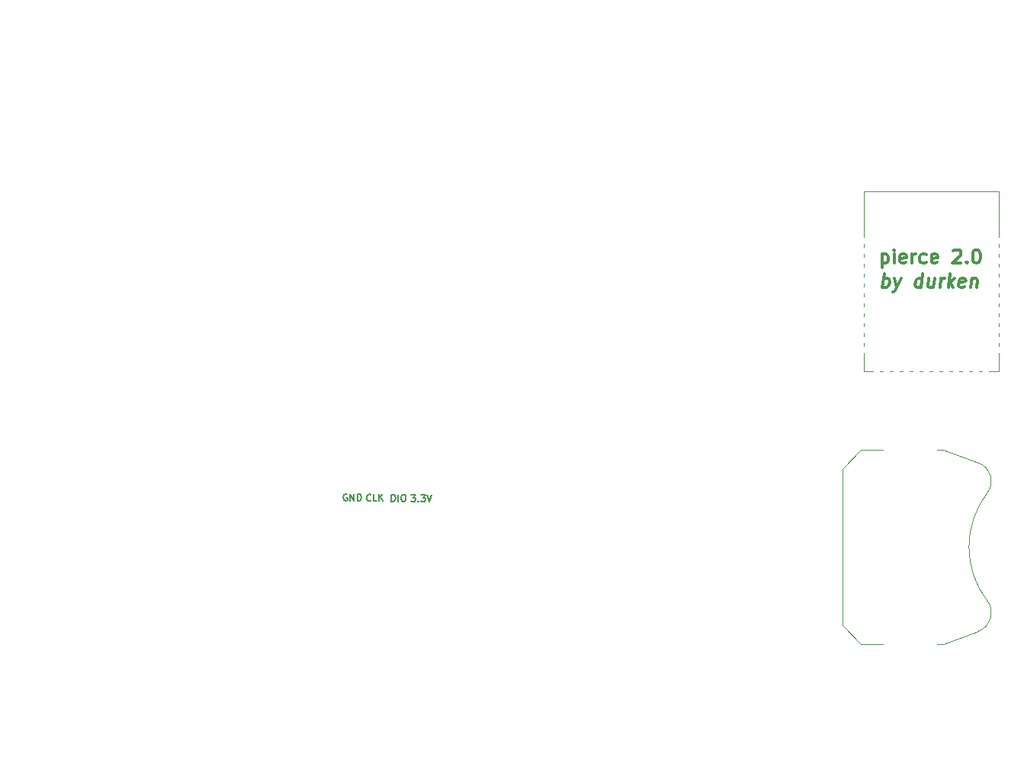
<source format=gto>
G04 #@! TF.GenerationSoftware,KiCad,Pcbnew,(6.0.2)*
G04 #@! TF.CreationDate,2022-03-08T09:32:50+01:00*
G04 #@! TF.ProjectId,pierce,70696572-6365-42e6-9b69-6361645f7063,v 0.1*
G04 #@! TF.SameCoordinates,Original*
G04 #@! TF.FileFunction,Legend,Top*
G04 #@! TF.FilePolarity,Positive*
%FSLAX46Y46*%
G04 Gerber Fmt 4.6, Leading zero omitted, Abs format (unit mm)*
G04 Created by KiCad (PCBNEW (6.0.2)) date 2022-03-08 09:32:50*
%MOMM*%
%LPD*%
G01*
G04 APERTURE LIST*
G04 Aperture macros list*
%AMHorizOval*
0 Thick line with rounded ends*
0 $1 width*
0 $2 $3 position (X,Y) of the first rounded end (center of the circle)*
0 $4 $5 position (X,Y) of the second rounded end (center of the circle)*
0 Add line between two ends*
20,1,$1,$2,$3,$4,$5,0*
0 Add two circle primitives to create the rounded ends*
1,1,$1,$2,$3*
1,1,$1,$4,$5*%
G04 Aperture macros list end*
%ADD10C,0.187500*%
%ADD11C,0.300000*%
%ADD12C,0.100000*%
%ADD13C,4.000000*%
%ADD14C,1.900000*%
%ADD15C,1.700000*%
%ADD16HorizOval,1.250000X0.082483X-0.467784X-0.082483X0.467784X0*%
%ADD17HorizOval,1.250000X0.446354X0.162460X-0.446354X-0.162460X0*%
%ADD18C,2.400000*%
%ADD19HorizOval,1.550000X0.587308X0.213763X-0.587308X-0.213763X0*%
%ADD20HorizOval,1.550000X0.108530X-0.615505X-0.108530X0.615505X0*%
%ADD21C,2.200000*%
%ADD22HorizOval,1.250000X0.305324X-0.363871X-0.305324X0.363871X0*%
%ADD23HorizOval,1.250000X0.305324X0.363871X-0.305324X-0.363871X0*%
%ADD24HorizOval,1.550000X0.401742X0.478778X-0.401742X-0.478778X0*%
%ADD25HorizOval,1.550000X0.401742X-0.478778X-0.401742X0.478778X0*%
%ADD26HorizOval,1.550000X0.511970X0.358485X-0.511970X-0.358485X0*%
%ADD27HorizOval,1.250000X0.389097X0.272449X-0.389097X-0.272449X0*%
%ADD28HorizOval,1.250000X0.200744X-0.430496X-0.200744X0.430496X0*%
%ADD29HorizOval,1.550000X0.264136X-0.566442X-0.264136X0.566442X0*%
%ADD30C,4.300000*%
%ADD31R,1.198880X0.698500*%
%ADD32R,0.698500X1.198880*%
%ADD33R,5.080000X1.270000*%
%ADD34R,3.960000X3.960000*%
%ADD35O,1.700000X1.700000*%
%ADD36R,1.700000X1.700000*%
G04 APERTURE END LIST*
D10*
X143585457Y-91614685D02*
X144049742Y-91614685D01*
X143799742Y-91900400D01*
X143906885Y-91900400D01*
X143978314Y-91936114D01*
X144014028Y-91971828D01*
X144049742Y-92043257D01*
X144049742Y-92221828D01*
X144014028Y-92293257D01*
X143978314Y-92328971D01*
X143906885Y-92364685D01*
X143692600Y-92364685D01*
X143621171Y-92328971D01*
X143585457Y-92293257D01*
X144371171Y-92293257D02*
X144406885Y-92328971D01*
X144371171Y-92364685D01*
X144335457Y-92328971D01*
X144371171Y-92293257D01*
X144371171Y-92364685D01*
X144656885Y-91614685D02*
X145121171Y-91614685D01*
X144871171Y-91900400D01*
X144978314Y-91900400D01*
X145049742Y-91936114D01*
X145085457Y-91971828D01*
X145121171Y-92043257D01*
X145121171Y-92221828D01*
X145085457Y-92293257D01*
X145049742Y-92328971D01*
X144978314Y-92364685D01*
X144764028Y-92364685D01*
X144692600Y-92328971D01*
X144656885Y-92293257D01*
X145335457Y-91614685D02*
X145585457Y-92364685D01*
X145835457Y-91614685D01*
X141384743Y-92339285D02*
X141384743Y-91589285D01*
X141563315Y-91589285D01*
X141670458Y-91625000D01*
X141741886Y-91696428D01*
X141777601Y-91767857D01*
X141813315Y-91910714D01*
X141813315Y-92017857D01*
X141777601Y-92160714D01*
X141741886Y-92232142D01*
X141670458Y-92303571D01*
X141563315Y-92339285D01*
X141384743Y-92339285D01*
X142134743Y-92339285D02*
X142134743Y-91589285D01*
X142634743Y-91589285D02*
X142777601Y-91589285D01*
X142849029Y-91625000D01*
X142920458Y-91696428D01*
X142956172Y-91839285D01*
X142956172Y-92089285D01*
X142920458Y-92232142D01*
X142849029Y-92303571D01*
X142777601Y-92339285D01*
X142634743Y-92339285D01*
X142563315Y-92303571D01*
X142491886Y-92232142D01*
X142456172Y-92089285D01*
X142456172Y-91839285D01*
X142491886Y-91696428D01*
X142563315Y-91625000D01*
X142634743Y-91589285D01*
X136450371Y-91548800D02*
X136378942Y-91513085D01*
X136271800Y-91513085D01*
X136164657Y-91548800D01*
X136093228Y-91620228D01*
X136057514Y-91691657D01*
X136021800Y-91834514D01*
X136021800Y-91941657D01*
X136057514Y-92084514D01*
X136093228Y-92155942D01*
X136164657Y-92227371D01*
X136271800Y-92263085D01*
X136343228Y-92263085D01*
X136450371Y-92227371D01*
X136486085Y-92191657D01*
X136486085Y-91941657D01*
X136343228Y-91941657D01*
X136807514Y-92263085D02*
X136807514Y-91513085D01*
X137236085Y-92263085D01*
X137236085Y-91513085D01*
X137593228Y-92263085D02*
X137593228Y-91513085D01*
X137771800Y-91513085D01*
X137878942Y-91548800D01*
X137950371Y-91620228D01*
X137986085Y-91691657D01*
X138021800Y-91834514D01*
X138021800Y-91941657D01*
X137986085Y-92084514D01*
X137950371Y-92155942D01*
X137878942Y-92227371D01*
X137771800Y-92263085D01*
X137593228Y-92263085D01*
X139089972Y-92217057D02*
X139054258Y-92252771D01*
X138947115Y-92288485D01*
X138875686Y-92288485D01*
X138768543Y-92252771D01*
X138697115Y-92181342D01*
X138661401Y-92109914D01*
X138625686Y-91967057D01*
X138625686Y-91859914D01*
X138661401Y-91717057D01*
X138697115Y-91645628D01*
X138768543Y-91574200D01*
X138875686Y-91538485D01*
X138947115Y-91538485D01*
X139054258Y-91574200D01*
X139089972Y-91609914D01*
X139768543Y-92288485D02*
X139411401Y-92288485D01*
X139411401Y-91538485D01*
X140018543Y-92288485D02*
X140018543Y-91538485D01*
X140447115Y-92288485D02*
X140125686Y-91859914D01*
X140447115Y-91538485D02*
X140018543Y-91967057D01*
D11*
X195912906Y-68575171D02*
X196100406Y-67075171D01*
X196028977Y-67646600D02*
X196180763Y-67575171D01*
X196466477Y-67575171D01*
X196600406Y-67646600D01*
X196662906Y-67718028D01*
X196716477Y-67860885D01*
X196662906Y-68289457D01*
X196573620Y-68432314D01*
X196493263Y-68503742D01*
X196341477Y-68575171D01*
X196055763Y-68575171D01*
X195921834Y-68503742D01*
X197252192Y-67575171D02*
X197484334Y-68575171D01*
X197966477Y-67575171D02*
X197484334Y-68575171D01*
X197296834Y-68932314D01*
X197216477Y-69003742D01*
X197064692Y-69075171D01*
X200198620Y-68575171D02*
X200386120Y-67075171D01*
X200207549Y-68503742D02*
X200055763Y-68575171D01*
X199770049Y-68575171D01*
X199636120Y-68503742D01*
X199573620Y-68432314D01*
X199520049Y-68289457D01*
X199573620Y-67860885D01*
X199662906Y-67718028D01*
X199743263Y-67646600D01*
X199895049Y-67575171D01*
X200180763Y-67575171D01*
X200314692Y-67646600D01*
X201680763Y-67575171D02*
X201555763Y-68575171D01*
X201037906Y-67575171D02*
X200939692Y-68360885D01*
X200993263Y-68503742D01*
X201127192Y-68575171D01*
X201341477Y-68575171D01*
X201493263Y-68503742D01*
X201573620Y-68432314D01*
X202270049Y-68575171D02*
X202395049Y-67575171D01*
X202359334Y-67860885D02*
X202448620Y-67718028D01*
X202528977Y-67646600D01*
X202680763Y-67575171D01*
X202823620Y-67575171D01*
X203198620Y-68575171D02*
X203386120Y-67075171D01*
X203412906Y-68003742D02*
X203770049Y-68575171D01*
X203895049Y-67575171D02*
X203252192Y-68146600D01*
X204993263Y-68503742D02*
X204841477Y-68575171D01*
X204555763Y-68575171D01*
X204421834Y-68503742D01*
X204368263Y-68360885D01*
X204439692Y-67789457D01*
X204528977Y-67646600D01*
X204680763Y-67575171D01*
X204966477Y-67575171D01*
X205100406Y-67646600D01*
X205153977Y-67789457D01*
X205136120Y-67932314D01*
X204403977Y-68075171D01*
X205823620Y-67575171D02*
X205698620Y-68575171D01*
X205805763Y-67718028D02*
X205886120Y-67646600D01*
X206037906Y-67575171D01*
X206252192Y-67575171D01*
X206386120Y-67646600D01*
X206439692Y-67789457D01*
X206341477Y-68575171D01*
X195840628Y-64882771D02*
X195840628Y-66382771D01*
X195840628Y-64954200D02*
X195983485Y-64882771D01*
X196269200Y-64882771D01*
X196412057Y-64954200D01*
X196483485Y-65025628D01*
X196554914Y-65168485D01*
X196554914Y-65597057D01*
X196483485Y-65739914D01*
X196412057Y-65811342D01*
X196269200Y-65882771D01*
X195983485Y-65882771D01*
X195840628Y-65811342D01*
X197197771Y-65882771D02*
X197197771Y-64882771D01*
X197197771Y-64382771D02*
X197126342Y-64454200D01*
X197197771Y-64525628D01*
X197269200Y-64454200D01*
X197197771Y-64382771D01*
X197197771Y-64525628D01*
X198483485Y-65811342D02*
X198340628Y-65882771D01*
X198054914Y-65882771D01*
X197912057Y-65811342D01*
X197840628Y-65668485D01*
X197840628Y-65097057D01*
X197912057Y-64954200D01*
X198054914Y-64882771D01*
X198340628Y-64882771D01*
X198483485Y-64954200D01*
X198554914Y-65097057D01*
X198554914Y-65239914D01*
X197840628Y-65382771D01*
X199197771Y-65882771D02*
X199197771Y-64882771D01*
X199197771Y-65168485D02*
X199269200Y-65025628D01*
X199340628Y-64954200D01*
X199483485Y-64882771D01*
X199626342Y-64882771D01*
X200769200Y-65811342D02*
X200626342Y-65882771D01*
X200340628Y-65882771D01*
X200197771Y-65811342D01*
X200126342Y-65739914D01*
X200054914Y-65597057D01*
X200054914Y-65168485D01*
X200126342Y-65025628D01*
X200197771Y-64954200D01*
X200340628Y-64882771D01*
X200626342Y-64882771D01*
X200769200Y-64954200D01*
X201983485Y-65811342D02*
X201840628Y-65882771D01*
X201554914Y-65882771D01*
X201412057Y-65811342D01*
X201340628Y-65668485D01*
X201340628Y-65097057D01*
X201412057Y-64954200D01*
X201554914Y-64882771D01*
X201840628Y-64882771D01*
X201983485Y-64954200D01*
X202054914Y-65097057D01*
X202054914Y-65239914D01*
X201340628Y-65382771D01*
X203769200Y-64525628D02*
X203840628Y-64454200D01*
X203983485Y-64382771D01*
X204340628Y-64382771D01*
X204483485Y-64454200D01*
X204554914Y-64525628D01*
X204626342Y-64668485D01*
X204626342Y-64811342D01*
X204554914Y-65025628D01*
X203697771Y-65882771D01*
X204626342Y-65882771D01*
X205269200Y-65739914D02*
X205340628Y-65811342D01*
X205269200Y-65882771D01*
X205197771Y-65811342D01*
X205269200Y-65739914D01*
X205269200Y-65882771D01*
X206269200Y-64382771D02*
X206412057Y-64382771D01*
X206554914Y-64454200D01*
X206626342Y-64525628D01*
X206697771Y-64668485D01*
X206769200Y-64954200D01*
X206769200Y-65311342D01*
X206697771Y-65597057D01*
X206626342Y-65739914D01*
X206554914Y-65811342D01*
X206412057Y-65882771D01*
X206269200Y-65882771D01*
X206126342Y-65811342D01*
X206054914Y-65739914D01*
X205983485Y-65597057D01*
X205912057Y-65311342D01*
X205912057Y-64954200D01*
X205983485Y-64668485D01*
X206054914Y-64525628D01*
X206126342Y-64454200D01*
X206269200Y-64382771D01*
D12*
X208856080Y-77890400D02*
X208856080Y-57890440D01*
X193859920Y-57890440D02*
X193859920Y-77890400D01*
X193859920Y-77890400D02*
X208856080Y-77890400D01*
X208856080Y-57890440D02*
X193859920Y-57890440D01*
X201995800Y-108168601D02*
X202625800Y-108168601D01*
X191455800Y-88688601D02*
X191455800Y-106088601D01*
X201995800Y-86608601D02*
X202625800Y-86608601D01*
X193535800Y-108168601D02*
X195995800Y-108168601D01*
X193535800Y-86608601D02*
X195995800Y-86608601D01*
X191455800Y-88688601D02*
X193535800Y-86608601D01*
X191455800Y-106088601D02*
X193535800Y-108168601D01*
X202625800Y-108168601D02*
X206575800Y-106728601D01*
X202625800Y-86608601D02*
X206575800Y-88048601D01*
X207545800Y-91388601D02*
G75*
G03*
X206583969Y-88063358I-1700001J1309999D01*
G01*
X206575800Y-106728601D02*
G75*
G03*
X207562330Y-103391955I-730001J2030000D01*
G01*
X207545800Y-91388601D02*
G75*
G03*
X207549336Y-103393201I7810002J-6000000D01*
G01*
D13*
X195672601Y-116428600D03*
D14*
X190909461Y-113678600D03*
D15*
X200072010Y-118968600D03*
D14*
X200435741Y-119178600D03*
D15*
X191273192Y-113888600D03*
D16*
X202039331Y-115601101D03*
D17*
X193205871Y-110501101D03*
D18*
X196012896Y-110759191D03*
X195722896Y-111261486D03*
X195472896Y-111694498D03*
D19*
X193643044Y-112323895D03*
D20*
X200242158Y-116133895D03*
D18*
X200412306Y-113299191D03*
X199872306Y-114234498D03*
X200122306Y-113801486D03*
D21*
X198622601Y-111319050D03*
D14*
X139570991Y-45643744D03*
D13*
X145070991Y-45643744D03*
D15*
X139990991Y-45643744D03*
X150150991Y-45643744D03*
D14*
X150570991Y-45643744D03*
D18*
X142530991Y-41143744D03*
D22*
X150170991Y-41743744D03*
D18*
X142530991Y-41643744D03*
D23*
X139970991Y-41743744D03*
D24*
X141260991Y-43103744D03*
D18*
X142530991Y-40563744D03*
D21*
X145070991Y-39743744D03*
D18*
X147610991Y-41143744D03*
X147610991Y-40563744D03*
X147610991Y-41643744D03*
D25*
X148880991Y-43103744D03*
D15*
X139990991Y-83643744D03*
D14*
X150570991Y-83643744D03*
X139570991Y-83643744D03*
D15*
X150150991Y-83643744D03*
D13*
X145070991Y-83643744D03*
D24*
X141260991Y-81103744D03*
D18*
X142530991Y-79143744D03*
D22*
X150170991Y-79743744D03*
D18*
X142530991Y-78563744D03*
X142530991Y-79643744D03*
D23*
X139970991Y-79743744D03*
D21*
X145070991Y-77743744D03*
D18*
X147610991Y-79143744D03*
D25*
X148880991Y-81103744D03*
D18*
X147610991Y-79643744D03*
X147610991Y-78563744D03*
D14*
X150570991Y-64643744D03*
D15*
X139990991Y-64643744D03*
D13*
X145070991Y-64643744D03*
D14*
X139570991Y-64643744D03*
D15*
X150150991Y-64643744D03*
D18*
X142530991Y-60143744D03*
D22*
X150170991Y-60743744D03*
D18*
X142530991Y-59563744D03*
D24*
X141260991Y-62103744D03*
D18*
X142530991Y-60643744D03*
D23*
X139970991Y-60743744D03*
D18*
X147610991Y-59563744D03*
X147610991Y-60643744D03*
D25*
X148880991Y-62103744D03*
D21*
X145070991Y-58743744D03*
D18*
X147610991Y-60143744D03*
D14*
X177570992Y-69393540D03*
D13*
X183070992Y-69393540D03*
D15*
X188150992Y-69393540D03*
X177990992Y-69393540D03*
D14*
X188570992Y-69393540D03*
D18*
X180530992Y-65393540D03*
D22*
X188170992Y-65493540D03*
D24*
X179260992Y-66853540D03*
D18*
X180530992Y-64893540D03*
D23*
X177970992Y-65493540D03*
D18*
X180530992Y-64313540D03*
X185610992Y-64313540D03*
X185610992Y-65393540D03*
D25*
X186880992Y-66853540D03*
D18*
X185610992Y-64893540D03*
D21*
X183070992Y-63493540D03*
D15*
X188150992Y-88393540D03*
D14*
X177570992Y-88393540D03*
D13*
X183070992Y-88393540D03*
D14*
X188570992Y-88393540D03*
D15*
X177990992Y-88393540D03*
D18*
X180530992Y-83893540D03*
X180530992Y-83313540D03*
D22*
X188170992Y-84493540D03*
D18*
X180530992Y-84393540D03*
D24*
X179260992Y-85853540D03*
D23*
X177970992Y-84493540D03*
D18*
X185610992Y-83893540D03*
X185610992Y-83313540D03*
D21*
X183070992Y-82493540D03*
D25*
X186880992Y-85853540D03*
D18*
X185610992Y-84393540D03*
D14*
X169570991Y-66894182D03*
D13*
X164070991Y-66894182D03*
D14*
X158570991Y-66894182D03*
D15*
X169150991Y-66894182D03*
X158990991Y-66894182D03*
D23*
X158970991Y-62994182D03*
D18*
X161530991Y-62394182D03*
X161530991Y-62894182D03*
D24*
X160260991Y-64354182D03*
D18*
X161530991Y-61814182D03*
D22*
X169170991Y-62994182D03*
D18*
X166610991Y-62894182D03*
D21*
X164070991Y-60994182D03*
D18*
X166610991Y-61814182D03*
D25*
X167880991Y-64354182D03*
D18*
X166610991Y-62394182D03*
D14*
X169570991Y-47894182D03*
D15*
X158990991Y-47894182D03*
D13*
X164070991Y-47894182D03*
D15*
X169150991Y-47894182D03*
D14*
X158570991Y-47894182D03*
D18*
X161530991Y-43394182D03*
D24*
X160260991Y-45354182D03*
D23*
X158970991Y-43994182D03*
D22*
X169170991Y-43994182D03*
D18*
X161530991Y-43894182D03*
X161530991Y-42814182D03*
X166610991Y-42814182D03*
X166610991Y-43394182D03*
D25*
X167880991Y-45354182D03*
D18*
X166610991Y-43894182D03*
D21*
X164070991Y-41994182D03*
D15*
X177990992Y-50393540D03*
D14*
X177570992Y-50393540D03*
D15*
X188150992Y-50393540D03*
D13*
X183070992Y-50393540D03*
D14*
X188570992Y-50393540D03*
D18*
X180530992Y-45893540D03*
X180530992Y-45313540D03*
D24*
X179260992Y-47853540D03*
D23*
X177970992Y-46493540D03*
D22*
X188170992Y-46493540D03*
D18*
X180530992Y-46393540D03*
X185610992Y-45313540D03*
D25*
X186880992Y-47853540D03*
D18*
X185610992Y-46393540D03*
X185610992Y-45893540D03*
D21*
X183070992Y-44493540D03*
D13*
X126070991Y-66894182D03*
D15*
X120990991Y-66894182D03*
X131150991Y-66894182D03*
D14*
X120570991Y-66894182D03*
X131570991Y-66894182D03*
D18*
X123530991Y-61814182D03*
X123530991Y-62894182D03*
D23*
X120970991Y-62994182D03*
D24*
X122260991Y-64354182D03*
D18*
X123530991Y-62394182D03*
D22*
X131170991Y-62994182D03*
D18*
X128610991Y-62394182D03*
D21*
X126070991Y-60994182D03*
D18*
X128610991Y-62894182D03*
X128610991Y-61814182D03*
D25*
X129880991Y-64354182D03*
D13*
X126070991Y-85894182D03*
D15*
X131150991Y-85894182D03*
D14*
X120570991Y-85894182D03*
X131570991Y-85894182D03*
D15*
X120990991Y-85894182D03*
D23*
X120970991Y-81994182D03*
D18*
X123530991Y-81394182D03*
X123530991Y-81894182D03*
D22*
X131170991Y-81994182D03*
D18*
X123530991Y-80814182D03*
D24*
X122260991Y-83354182D03*
D18*
X128610991Y-80814182D03*
X128610991Y-81394182D03*
X128610991Y-81894182D03*
D25*
X129880991Y-83354182D03*
D21*
X126070991Y-79994182D03*
D15*
X112150992Y-60342198D03*
D13*
X107070992Y-60342198D03*
D15*
X101990992Y-60342198D03*
D14*
X112570992Y-60342198D03*
X101570992Y-60342198D03*
D24*
X103260992Y-57802198D03*
D18*
X104530992Y-55262198D03*
D23*
X101970992Y-56442198D03*
D18*
X104530992Y-55842198D03*
X104530992Y-56342198D03*
D22*
X112170992Y-56442198D03*
D18*
X109610992Y-56342198D03*
X109610992Y-55842198D03*
D21*
X107070992Y-54442198D03*
D25*
X110880992Y-57802198D03*
D18*
X109610992Y-55262198D03*
D14*
X112570992Y-98342198D03*
X101570992Y-98342198D03*
D13*
X107070992Y-98342198D03*
D15*
X112150992Y-98342198D03*
X101990992Y-98342198D03*
D22*
X112170992Y-94442198D03*
D18*
X104530992Y-93262198D03*
X104530992Y-93842198D03*
D23*
X101970992Y-94442198D03*
D24*
X103260992Y-95802198D03*
D18*
X104530992Y-94342198D03*
X109610992Y-93262198D03*
D21*
X107070992Y-92442198D03*
D18*
X109610992Y-94342198D03*
X109610992Y-93842198D03*
D25*
X110880992Y-95802198D03*
D14*
X131570991Y-47894182D03*
D15*
X120990991Y-47894182D03*
D14*
X120570991Y-47894182D03*
D15*
X131150991Y-47894182D03*
D13*
X126070991Y-47894182D03*
D23*
X120970991Y-43994182D03*
D18*
X123530991Y-43394182D03*
D22*
X131170991Y-43994182D03*
D18*
X123530991Y-42814182D03*
D24*
X122260991Y-45354182D03*
D18*
X123530991Y-43894182D03*
X128610991Y-43894182D03*
X128610991Y-43394182D03*
D25*
X129880991Y-45354182D03*
D18*
X128610991Y-42814182D03*
D21*
X126070991Y-41994182D03*
D15*
X158990991Y-85894182D03*
D14*
X169570991Y-85894182D03*
X158570991Y-85894182D03*
D15*
X169150991Y-85894182D03*
D13*
X164070991Y-85894182D03*
D23*
X158970991Y-81994182D03*
D18*
X161530991Y-80814182D03*
X161530991Y-81894182D03*
D22*
X169170991Y-81994182D03*
D18*
X161530991Y-81394182D03*
D24*
X160260991Y-83354182D03*
D25*
X167880991Y-83354182D03*
D18*
X166610991Y-81894182D03*
D21*
X164070991Y-79994182D03*
D18*
X166610991Y-80814182D03*
X166610991Y-81394182D03*
D14*
X112570992Y-79342198D03*
D15*
X112150992Y-79342198D03*
D14*
X101570992Y-79342198D03*
D15*
X101990992Y-79342198D03*
D13*
X107070992Y-79342198D03*
D18*
X104530992Y-74842198D03*
D23*
X101970992Y-75442198D03*
D18*
X104530992Y-74262198D03*
D22*
X112170992Y-75442198D03*
D24*
X103260992Y-76802198D03*
D18*
X104530992Y-75342198D03*
D25*
X110880992Y-76802198D03*
D18*
X109610992Y-75342198D03*
D21*
X107070992Y-73442198D03*
D18*
X109610992Y-74842198D03*
X109610992Y-74262198D03*
D15*
X149992600Y-105828600D03*
X160152600Y-105828600D03*
D14*
X160572600Y-105828600D03*
X149572600Y-105828600D03*
D13*
X155072600Y-105828600D03*
D18*
X152532600Y-101328600D03*
D23*
X149972600Y-101928600D03*
D24*
X151262600Y-103288600D03*
D18*
X152532600Y-100748600D03*
D22*
X160172600Y-101928600D03*
D18*
X152532600Y-101828600D03*
D25*
X158882600Y-103288600D03*
D21*
X155072600Y-99928600D03*
D18*
X157612600Y-101328600D03*
X157612600Y-100748600D03*
X157612600Y-101828600D03*
D15*
X170965698Y-107313800D03*
D14*
X170560009Y-107205096D03*
D15*
X180779504Y-109943402D03*
D13*
X175872601Y-108628601D03*
D14*
X181185193Y-110052106D03*
D26*
X172849824Y-105189049D03*
D18*
X174454426Y-104107497D03*
D27*
X171955774Y-103541513D03*
D18*
X174733950Y-103064297D03*
D28*
X181808217Y-106181467D03*
D18*
X174583835Y-103624534D03*
D21*
X177399633Y-102929639D03*
D18*
X179490738Y-104939335D03*
X179361329Y-105422298D03*
X179640853Y-104379098D03*
D29*
X180210179Y-107161250D03*
%LPC*%
D13*
X195672601Y-116428600D03*
D14*
X190909461Y-113678600D03*
D15*
X200072010Y-118968600D03*
D14*
X200435741Y-119178600D03*
D15*
X191273192Y-113888600D03*
D16*
X202039331Y-115601101D03*
D17*
X193205871Y-110501101D03*
D18*
X196012896Y-110759191D03*
X195722896Y-111261486D03*
X195472896Y-111694498D03*
D19*
X193643044Y-112323895D03*
D20*
X200242158Y-116133895D03*
D18*
X200412306Y-113299191D03*
X199872306Y-114234498D03*
X200122306Y-113801486D03*
D21*
X198622601Y-111319050D03*
D14*
X139570991Y-45643744D03*
D13*
X145070991Y-45643744D03*
D15*
X139990991Y-45643744D03*
X150150991Y-45643744D03*
D14*
X150570991Y-45643744D03*
D18*
X142530991Y-41143744D03*
D22*
X150170991Y-41743744D03*
D18*
X142530991Y-41643744D03*
D23*
X139970991Y-41743744D03*
D24*
X141260991Y-43103744D03*
D18*
X142530991Y-40563744D03*
D21*
X145070991Y-39743744D03*
D18*
X147610991Y-41143744D03*
X147610991Y-40563744D03*
X147610991Y-41643744D03*
D25*
X148880991Y-43103744D03*
D15*
X139990991Y-83643744D03*
D14*
X150570991Y-83643744D03*
X139570991Y-83643744D03*
D15*
X150150991Y-83643744D03*
D13*
X145070991Y-83643744D03*
D24*
X141260991Y-81103744D03*
D18*
X142530991Y-79143744D03*
D22*
X150170991Y-79743744D03*
D18*
X142530991Y-78563744D03*
X142530991Y-79643744D03*
D23*
X139970991Y-79743744D03*
D21*
X145070991Y-77743744D03*
D18*
X147610991Y-79143744D03*
D25*
X148880991Y-81103744D03*
D18*
X147610991Y-79643744D03*
X147610991Y-78563744D03*
D14*
X150570991Y-64643744D03*
D15*
X139990991Y-64643744D03*
D13*
X145070991Y-64643744D03*
D14*
X139570991Y-64643744D03*
D15*
X150150991Y-64643744D03*
D18*
X142530991Y-60143744D03*
D22*
X150170991Y-60743744D03*
D18*
X142530991Y-59563744D03*
D24*
X141260991Y-62103744D03*
D18*
X142530991Y-60643744D03*
D23*
X139970991Y-60743744D03*
D18*
X147610991Y-59563744D03*
X147610991Y-60643744D03*
D25*
X148880991Y-62103744D03*
D21*
X145070991Y-58743744D03*
D18*
X147610991Y-60143744D03*
D14*
X177570992Y-69393540D03*
D13*
X183070992Y-69393540D03*
D15*
X188150992Y-69393540D03*
X177990992Y-69393540D03*
D14*
X188570992Y-69393540D03*
D18*
X180530992Y-65393540D03*
D22*
X188170992Y-65493540D03*
D24*
X179260992Y-66853540D03*
D18*
X180530992Y-64893540D03*
D23*
X177970992Y-65493540D03*
D18*
X180530992Y-64313540D03*
X185610992Y-64313540D03*
X185610992Y-65393540D03*
D25*
X186880992Y-66853540D03*
D18*
X185610992Y-64893540D03*
D21*
X183070992Y-63493540D03*
D15*
X188150992Y-88393540D03*
D14*
X177570992Y-88393540D03*
D13*
X183070992Y-88393540D03*
D14*
X188570992Y-88393540D03*
D15*
X177990992Y-88393540D03*
D18*
X180530992Y-83893540D03*
X180530992Y-83313540D03*
D22*
X188170992Y-84493540D03*
D18*
X180530992Y-84393540D03*
D24*
X179260992Y-85853540D03*
D23*
X177970992Y-84493540D03*
D18*
X185610992Y-83893540D03*
X185610992Y-83313540D03*
D21*
X183070992Y-82493540D03*
D25*
X186880992Y-85853540D03*
D18*
X185610992Y-84393540D03*
D14*
X169570991Y-66894182D03*
D13*
X164070991Y-66894182D03*
D14*
X158570991Y-66894182D03*
D15*
X169150991Y-66894182D03*
X158990991Y-66894182D03*
D23*
X158970991Y-62994182D03*
D18*
X161530991Y-62394182D03*
X161530991Y-62894182D03*
D24*
X160260991Y-64354182D03*
D18*
X161530991Y-61814182D03*
D22*
X169170991Y-62994182D03*
D18*
X166610991Y-62894182D03*
D21*
X164070991Y-60994182D03*
D18*
X166610991Y-61814182D03*
D25*
X167880991Y-64354182D03*
D18*
X166610991Y-62394182D03*
D14*
X169570991Y-47894182D03*
D15*
X158990991Y-47894182D03*
D13*
X164070991Y-47894182D03*
D15*
X169150991Y-47894182D03*
D14*
X158570991Y-47894182D03*
D18*
X161530991Y-43394182D03*
D24*
X160260991Y-45354182D03*
D23*
X158970991Y-43994182D03*
D22*
X169170991Y-43994182D03*
D18*
X161530991Y-43894182D03*
X161530991Y-42814182D03*
X166610991Y-42814182D03*
X166610991Y-43394182D03*
D25*
X167880991Y-45354182D03*
D18*
X166610991Y-43894182D03*
D21*
X164070991Y-41994182D03*
D15*
X177990992Y-50393540D03*
D14*
X177570992Y-50393540D03*
D15*
X188150992Y-50393540D03*
D13*
X183070992Y-50393540D03*
D14*
X188570992Y-50393540D03*
D18*
X180530992Y-45893540D03*
X180530992Y-45313540D03*
D24*
X179260992Y-47853540D03*
D23*
X177970992Y-46493540D03*
D22*
X188170992Y-46493540D03*
D18*
X180530992Y-46393540D03*
X185610992Y-45313540D03*
D25*
X186880992Y-47853540D03*
D18*
X185610992Y-46393540D03*
X185610992Y-45893540D03*
D21*
X183070992Y-44493540D03*
D13*
X126070991Y-66894182D03*
D15*
X120990991Y-66894182D03*
X131150991Y-66894182D03*
D14*
X120570991Y-66894182D03*
X131570991Y-66894182D03*
D18*
X123530991Y-61814182D03*
X123530991Y-62894182D03*
D23*
X120970991Y-62994182D03*
D24*
X122260991Y-64354182D03*
D18*
X123530991Y-62394182D03*
D22*
X131170991Y-62994182D03*
D18*
X128610991Y-62394182D03*
D21*
X126070991Y-60994182D03*
D18*
X128610991Y-62894182D03*
X128610991Y-61814182D03*
D25*
X129880991Y-64354182D03*
D13*
X126070991Y-85894182D03*
D15*
X131150991Y-85894182D03*
D14*
X120570991Y-85894182D03*
X131570991Y-85894182D03*
D15*
X120990991Y-85894182D03*
D23*
X120970991Y-81994182D03*
D18*
X123530991Y-81394182D03*
X123530991Y-81894182D03*
D22*
X131170991Y-81994182D03*
D18*
X123530991Y-80814182D03*
D24*
X122260991Y-83354182D03*
D18*
X128610991Y-80814182D03*
X128610991Y-81394182D03*
X128610991Y-81894182D03*
D25*
X129880991Y-83354182D03*
D21*
X126070991Y-79994182D03*
D30*
X187301000Y-106274200D03*
X173551001Y-58764200D03*
X116574300Y-88954244D03*
D15*
X112150992Y-60342198D03*
D13*
X107070992Y-60342198D03*
D15*
X101990992Y-60342198D03*
D14*
X112570992Y-60342198D03*
X101570992Y-60342198D03*
D24*
X103260992Y-57802198D03*
D18*
X104530992Y-55262198D03*
D23*
X101970992Y-56442198D03*
D18*
X104530992Y-55842198D03*
X104530992Y-56342198D03*
D22*
X112170992Y-56442198D03*
D18*
X109610992Y-56342198D03*
X109610992Y-55842198D03*
D21*
X107070992Y-54442198D03*
D25*
X110880992Y-57802198D03*
D18*
X109610992Y-55262198D03*
D14*
X112570992Y-98342198D03*
X101570992Y-98342198D03*
D13*
X107070992Y-98342198D03*
D15*
X112150992Y-98342198D03*
X101990992Y-98342198D03*
D22*
X112170992Y-94442198D03*
D18*
X104530992Y-93262198D03*
X104530992Y-93842198D03*
D23*
X101970992Y-94442198D03*
D24*
X103260992Y-95802198D03*
D18*
X104530992Y-94342198D03*
X109610992Y-93262198D03*
D21*
X107070992Y-92442198D03*
D18*
X109610992Y-94342198D03*
X109610992Y-93842198D03*
D25*
X110880992Y-95802198D03*
D14*
X131570991Y-47894182D03*
D15*
X120990991Y-47894182D03*
D14*
X120570991Y-47894182D03*
D15*
X131150991Y-47894182D03*
D13*
X126070991Y-47894182D03*
D23*
X120970991Y-43994182D03*
D18*
X123530991Y-43394182D03*
D22*
X131170991Y-43994182D03*
D18*
X123530991Y-42814182D03*
D24*
X122260991Y-45354182D03*
D18*
X123530991Y-43894182D03*
X128610991Y-43894182D03*
X128610991Y-43394182D03*
D25*
X129880991Y-45354182D03*
D18*
X128610991Y-42814182D03*
D21*
X126070991Y-41994182D03*
D15*
X158990991Y-85894182D03*
D14*
X169570991Y-85894182D03*
X158570991Y-85894182D03*
D15*
X169150991Y-85894182D03*
D13*
X164070991Y-85894182D03*
D23*
X158970991Y-81994182D03*
D18*
X161530991Y-80814182D03*
X161530991Y-81894182D03*
D22*
X169170991Y-81994182D03*
D18*
X161530991Y-81394182D03*
D24*
X160260991Y-83354182D03*
D25*
X167880991Y-83354182D03*
D18*
X166610991Y-81894182D03*
D21*
X164070991Y-79994182D03*
D18*
X166610991Y-80814182D03*
X166610991Y-81394182D03*
D14*
X112570992Y-79342198D03*
D15*
X112150992Y-79342198D03*
D14*
X101570992Y-79342198D03*
D15*
X101990992Y-79342198D03*
D13*
X107070992Y-79342198D03*
D18*
X104530992Y-74842198D03*
D23*
X101970992Y-75442198D03*
D18*
X104530992Y-74262198D03*
D22*
X112170992Y-75442198D03*
D24*
X103260992Y-76802198D03*
D18*
X104530992Y-75342198D03*
D25*
X110880992Y-76802198D03*
D18*
X109610992Y-75342198D03*
D21*
X107070992Y-73442198D03*
D18*
X109610992Y-74842198D03*
X109610992Y-74262198D03*
D15*
X149992600Y-105828600D03*
X160152600Y-105828600D03*
D14*
X160572600Y-105828600D03*
X149572600Y-105828600D03*
D13*
X155072600Y-105828600D03*
D18*
X152532600Y-101328600D03*
D23*
X149972600Y-101928600D03*
D24*
X151262600Y-103288600D03*
D18*
X152532600Y-100748600D03*
D22*
X160172600Y-101928600D03*
D18*
X152532600Y-101828600D03*
D25*
X158882600Y-103288600D03*
D21*
X155072600Y-99928600D03*
D18*
X157612600Y-101328600D03*
X157612600Y-100748600D03*
X157612600Y-101828600D03*
D15*
X170965698Y-107313800D03*
D14*
X170560009Y-107205096D03*
D15*
X180779504Y-109943402D03*
D13*
X175872601Y-108628601D03*
D14*
X181185193Y-110052106D03*
D26*
X172849824Y-105189049D03*
D18*
X174454426Y-104107497D03*
D27*
X171955774Y-103541513D03*
D18*
X174733950Y-103064297D03*
D28*
X181808217Y-106181467D03*
D18*
X174583835Y-103624534D03*
D21*
X177399633Y-102929639D03*
D18*
X179490738Y-104939335D03*
X179361329Y-105422298D03*
X179640853Y-104379098D03*
D29*
X180210179Y-107161250D03*
D30*
X116574300Y-69954244D03*
D31*
X193859920Y-63442880D03*
X193859920Y-64542700D03*
X193859920Y-65642520D03*
X193859920Y-66742340D03*
X193859920Y-67842160D03*
X193859920Y-68941980D03*
X193859920Y-70041800D03*
X193859920Y-71141620D03*
X193859920Y-72241440D03*
X193859920Y-73341260D03*
X193859920Y-74441080D03*
X193859920Y-75540900D03*
D32*
X195310260Y-77890400D03*
X196410080Y-77890400D03*
X197509900Y-77890400D03*
X198609720Y-77890400D03*
X199709540Y-77890400D03*
X200809360Y-77890400D03*
X201906640Y-77890400D03*
X203006460Y-77890400D03*
X204106280Y-77890400D03*
X205206100Y-77890400D03*
X206305920Y-77890400D03*
X207405740Y-77890400D03*
D31*
X208856080Y-75540900D03*
X208856080Y-74441080D03*
X208856080Y-73341260D03*
X208856080Y-72241440D03*
X208856080Y-71141620D03*
X208856080Y-70041800D03*
X208856080Y-68941980D03*
X208856080Y-67842160D03*
X208856080Y-66742340D03*
X208856080Y-65642520D03*
X208856080Y-64542700D03*
X208856080Y-63442880D03*
D33*
X198995800Y-86403601D03*
X198995800Y-108373601D03*
D34*
X198995800Y-97388601D03*
D15*
X144692601Y-93688600D03*
D35*
X142152601Y-93688600D03*
X139612601Y-93688600D03*
D36*
X137072601Y-93688600D03*
M02*

</source>
